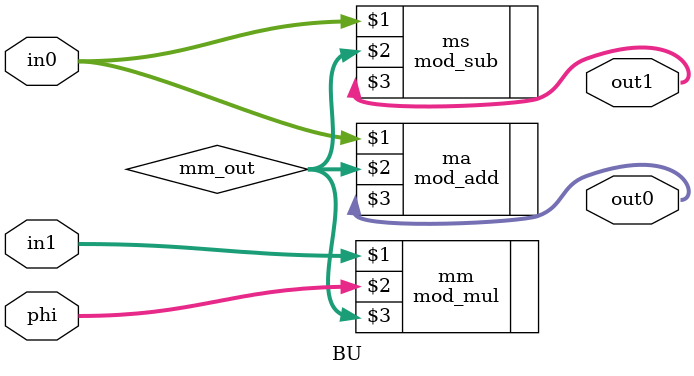
<source format=v>
module BU
#(
    parameter BIT_LEN = 23,
    parameter q = 8380417
)(
    input [BIT_LEN - 1:0] in0,  //Individual input points, each 8 bits wide
    input [BIT_LEN - 1:0] in1,
    input [BIT_LEN - 1:0] phi,
    output [BIT_LEN - 1:0] out0,  //Individual output points, each 8 bits wide
    output [BIT_LEN - 1:0] out1
);
    wire [BIT_LEN - 1:0] mm_out;

    mod_mul mm(in1, phi, mm_out);
    mod_add ma(in0, mm_out, out0);
    mod_sub ms(in0, mm_out, out1);
endmodule
// #(
//     parameter BIT_LEN = 23,
//     parameter q = 8380417
// )(
//     input clk,
//     input reset,
//     input [BIT_LEN - 1:0] in0,  //Individual input points, each 8 bits wide
//     input [BIT_LEN - 1:0] in1,
//     input [BIT_LEN - 1:0] phi,
//     output [BIT_LEN - 1:0] out0,  //Individual output points, each 8 bits wide
//     output [BIT_LEN - 1:0] out1
// );
    

//     // Function for modular addition
//     function [BIT_LEN - 1:0] mod_add;
//         input [BIT_LEN - 1:0] a, b;
//         begin
//             mod_add = (a + b) % q;
//         end
//     endfunction

//     // Function for modular subtraction
//     function [BIT_LEN - 1:0] mod_sub;
//         input [BIT_LEN - 1:0] a, b;
//         begin
//             mod_sub = (a >= b) ? (a - b) : (q + a - b);
//         end
//     endfunction

//     // Function for modular multiplication
//     function [BIT_LEN*2 - 1:0] mod_mul;
//         input [BIT_LEN - 1:0] a, b;
//         begin
//             mod_mul = (a * b) % q;
//         end
//     endfunction

//     // Butterfly operation
//     assign out0 = mod_add(in0, mod_mul(in1, phi));
//     assign out1 = mod_sub(in0, mod_mul(in1, phi));
// endmodule
</source>
